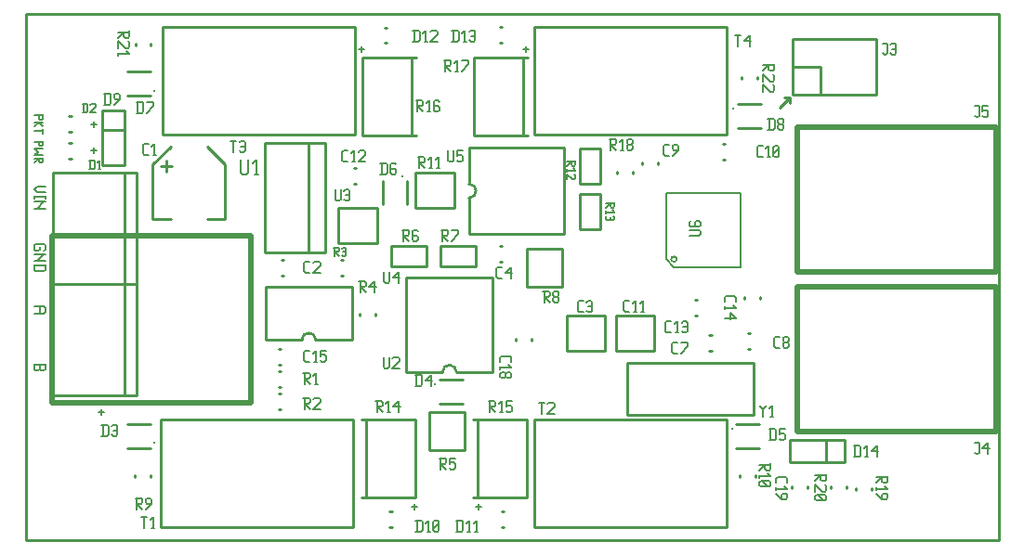
<source format=gbr>
G04 start of page 8 for group -4079 idx -4079 *
G04 Title: (unknown), topsilk *
G04 Creator: pcb 20140316 *
G04 CreationDate: Mon 20 Apr 2015 08:27:33 PM GMT UTC *
G04 For: ndholmes *
G04 Format: Gerber/RS-274X *
G04 PCB-Dimensions (mil): 3500.00 1900.00 *
G04 PCB-Coordinate-Origin: lower left *
%MOIN*%
%FSLAX25Y25*%
%LNTOPSILK*%
%ADD103C,0.0080*%
%ADD102C,0.0200*%
%ADD101C,0.0060*%
%ADD100C,0.0100*%
G54D100*X500Y189500D02*X349500D01*
X274500Y159500D02*X271000Y156000D01*
X274500Y159500D02*Y157500D01*
X272500Y159500D02*X274000D01*
X349500Y189500D02*Y500D01*
X500D02*X349500D01*
X500D02*Y189500D01*
G54D101*X4500Y127500D02*X7500D01*
X4500D02*X3500Y126500D01*
X4500Y125500D01*
X7500D01*
Y124300D02*Y123300D01*
X3500Y123800D02*X7500D01*
X3500Y124300D02*Y123300D01*
Y122100D02*X7500D01*
X7000D02*X7500D01*
X7000D02*X4500Y119600D01*
X3500D02*X7500D01*
X3700Y143620D02*X6740D01*
Y144000D02*Y142480D01*
X6360Y142100D01*
X5600D02*X6360D01*
X5220Y142480D02*X5600Y142100D01*
X5220Y143620D02*Y142480D01*
X3700Y141188D02*X6740D01*
X3700D02*X4840Y140048D01*
X3700Y138908D01*
X6740D01*
Y137996D02*Y136476D01*
X6360Y136096D01*
X5600D02*X6360D01*
X5220Y136476D02*X5600Y136096D01*
X5220Y137616D02*Y136476D01*
X3700Y137616D02*X6740D01*
X5220D02*X3700Y136096D01*
X3650Y153115D02*X6730D01*
Y153500D02*Y151960D01*
X6345Y151575D01*
X5575D02*X6345D01*
X5190Y151960D02*X5575Y151575D01*
X5190Y153115D02*Y151960D01*
X3650Y150651D02*X6730D01*
X5190D02*X6730Y149111D01*
X5190Y150651D02*X3650Y149111D01*
X6730Y148187D02*Y146647D01*
X3650Y147417D02*X6730D01*
X3500Y64000D02*Y62000D01*
X4000Y61500D01*
X5000D01*
X5500Y62000D02*X5000Y61500D01*
X5500Y63500D02*Y62000D01*
X3500Y63500D02*X7500D01*
Y64000D02*Y62000D01*
X7000Y61500D01*
X6000D02*X7000D01*
X5500Y62000D02*X6000Y61500D01*
X7500Y105000D02*X7000Y104500D01*
X7500Y106500D02*Y105000D01*
X7000Y107000D02*X7500Y106500D01*
X4000Y107000D02*X7000D01*
X4000D02*X3500Y106500D01*
Y105000D01*
X4000Y104500D01*
X5000D01*
X5500Y105000D02*X5000Y104500D01*
X5500Y106000D02*Y105000D01*
X3500Y103300D02*X7500D01*
X7000D02*X7500D01*
X7000D02*X4500Y100800D01*
X3500D02*X7500D01*
X3500Y99100D02*X7500D01*
Y97600D02*X7000Y97100D01*
X4000D02*X7000D01*
X3500Y97600D02*X4000Y97100D01*
X3500Y99600D02*Y97600D01*
X7500Y99600D02*Y97600D01*
X3500Y84500D02*X7000D01*
X7500Y84000D01*
Y82500D01*
X7000Y82000D01*
X3500D02*X7000D01*
X5500Y84500D02*Y82000D01*
X26500Y46500D02*X28500D01*
X27500Y47500D02*Y45500D01*
X24000Y140500D02*X26000D01*
X25000Y141500D02*Y139500D01*
X24000Y150000D02*X26000D01*
X25000Y151000D02*Y149000D01*
X120000Y177000D02*X122000D01*
X121000Y178000D02*Y176000D01*
X179000Y177000D02*X181000D01*
X180000Y178000D02*Y176000D01*
X139000Y12500D02*X141000D01*
X140000Y13500D02*Y11500D01*
X162000Y12500D02*X164000D01*
X163000Y13500D02*Y11500D01*
G54D102*X348500Y39500D02*X348520Y91500D01*
X277200D02*Y39500D01*
X348500D01*
X277200Y91500D02*X348500D01*
Y97000D02*X348520Y149000D01*
X277200D02*Y97000D01*
X348500D01*
X277200Y149000D02*X348500D01*
G54D100*X298245Y19393D02*Y18607D01*
X303755Y19393D02*Y18607D01*
X289245Y19893D02*Y19107D01*
X294755Y19893D02*Y19107D01*
X275500Y160500D02*X305500D01*
Y180500D02*Y160500D01*
X275500Y180500D02*X305500D01*
X275500D02*Y160500D01*
X285500Y170500D02*Y160500D01*
X275500Y170500D02*X285500D01*
X262755Y166936D02*Y166150D01*
X257245Y166936D02*Y166150D01*
X255800Y157400D02*X264200D01*
X255800Y148600D02*X264200D01*
X254400Y155560D03*
X274600Y36500D02*X294300D01*
X274600Y28500D02*X294300D01*
Y36500D02*Y28500D01*
X274600Y36500D02*Y28500D01*
X287500Y36500D02*Y28500D01*
X280755Y19893D02*Y19107D01*
X275245Y19893D02*Y19107D01*
X10200Y52500D02*X40200D01*
X10200Y92500D02*X40200D01*
X35800D02*Y52500D01*
X40200Y92500D02*Y52500D01*
X10200Y92500D02*Y52500D01*
X36800Y160100D02*X45200D01*
X36800Y168900D02*X45200D01*
X46600Y161940D03*
X16064Y152755D02*X16850D01*
X16064Y147245D02*X16850D01*
X45298Y178893D02*Y178107D01*
X39788Y178893D02*Y178107D01*
X10200Y92500D02*X40200D01*
X10200Y132500D02*X40200D01*
X35800D02*Y92500D01*
X40200Y132500D02*Y92500D01*
X10200Y132500D02*Y92500D01*
X28000Y154800D02*Y135100D01*
X36000Y154800D02*Y135100D01*
X28000Y154800D02*X36000D01*
X28000Y135100D02*X36000D01*
X28000Y148000D02*X36000D01*
X16064Y143255D02*X16850D01*
X16064Y137745D02*X16850D01*
X120245Y81893D02*Y81107D01*
X125755Y81893D02*Y81107D01*
X181755Y72936D02*Y72150D01*
X176245Y72936D02*Y72150D01*
X131064Y10755D02*X131850D01*
X131064Y5245D02*X131850D01*
X171150D02*X171936D01*
X171150Y10755D02*X171936D01*
X120900Y43950D02*X140100D01*
X120900Y16050D02*X140100D01*
Y43950D02*Y16050D01*
X122500Y43950D02*Y16050D01*
X112600Y120000D02*X126500D01*
X112600D02*Y107200D01*
X126500D01*
Y120000D02*Y107200D01*
X159500Y110500D02*X193500D01*
Y141500D02*Y110500D01*
X159500Y141500D02*X193500D01*
X159500Y123500D02*Y110500D01*
Y141500D02*Y128500D01*
Y123500D02*G75*G03X159500Y128500I0J2500D01*G01*
X140386Y132451D02*Y119853D01*
Y132451D02*X154166D01*
Y119853D01*
X140386D02*X154166D01*
X118107Y128745D02*X118893D01*
X118107Y134255D02*X118893D01*
X131701Y106241D02*X144299D01*
Y98759D01*
X131701D02*X144299D01*
X131701Y106241D02*Y98759D01*
X149201Y106241D02*X161799D01*
Y98759D01*
X149201D01*
Y106241D01*
X170607Y100745D02*X171393D01*
X170607Y106255D02*X171393D01*
X113564Y95745D02*X114350D01*
X113564Y101255D02*X114350D01*
X92107Y95745D02*X92893D01*
X92107Y101255D02*X92893D01*
X91150Y63745D02*X91936D01*
X91150Y69255D02*X91936D01*
X117500Y91500D02*Y72500D01*
X86500Y91500D02*X117500D01*
X86500D02*Y72500D01*
X104500D02*X117500D01*
X86500D02*X99500D01*
X104500D02*G75*G03X99500Y72500I-2500J0D01*G01*
X86157Y143185D02*Y103815D01*
X107811Y143185D02*Y103815D01*
X101905Y143185D02*Y103815D01*
X86157D02*X107811D01*
X86157Y143185D02*X107811D01*
X46008Y116008D02*X52504D01*
X65496D02*X71992D01*
Y135496D02*Y116008D01*
X46008Y135496D02*Y116008D01*
X71992Y135496D02*X65496Y141992D01*
X46008Y135496D02*X52504Y141992D01*
X49000Y135000D02*X53000D01*
X51000Y137000D02*Y133000D01*
X118500Y184750D02*Y146250D01*
X49500Y184750D02*Y146250D01*
X118500D01*
X49500Y184750D02*X118500D01*
G54D102*X10000Y50000D02*X81300D01*
X10000Y110000D02*X81300D01*
Y50000D01*
X10000Y110000D02*X9980Y50000D01*
G54D100*X118000Y43750D02*Y5250D01*
X49000Y43750D02*Y5250D01*
X118000D01*
X49000Y43750D02*X118000D01*
X36800Y33600D02*X45200D01*
X36800Y42400D02*X45200D01*
X46600Y35440D03*
X39745Y23893D02*Y23107D01*
X45255Y23893D02*Y23107D01*
X91150Y53255D02*X91936D01*
X91150Y47745D02*X91936D01*
X91107Y61255D02*X91893D01*
X91107Y55745D02*X91893D01*
X255273Y42400D02*X263673D01*
X255273Y33600D02*X263673D01*
X253873Y40560D03*
X263755Y87893D02*Y87107D01*
X258245Y87893D02*Y87107D01*
X240607Y86755D02*X241393D01*
X240607Y81245D02*X241393D01*
X259607Y74755D02*X260393D01*
X259607Y69245D02*X260393D01*
X245650Y68745D02*X246436D01*
X245650Y74255D02*X246436D01*
X256745Y23893D02*Y23107D01*
X262255Y23893D02*Y23107D01*
X183000Y43750D02*Y5250D01*
X252000Y43750D02*Y5250D01*
X183000Y43750D02*X252000D01*
X183000Y5250D02*X252000D01*
X160900Y43950D02*X180100D01*
X160900Y16050D02*X180100D01*
Y43950D02*Y16050D01*
X162500Y43950D02*Y16050D01*
X145397Y46740D02*X157995D01*
Y32960D01*
X145397D02*X157995D01*
X145397Y46740D02*Y32960D01*
X212110Y81299D02*Y68701D01*
Y81299D02*X225890D01*
Y68701D01*
X212110D02*X225890D01*
X194610Y81299D02*Y68701D01*
Y81299D02*X208390D01*
Y68701D01*
X194610D02*X208390D01*
X216362Y64350D02*X261638D01*
Y45650D01*
X216362D01*
Y64350D01*
X180201Y105390D02*X192799D01*
Y91610D01*
X180201D02*X192799D01*
X180201Y105390D02*Y91610D01*
X168000Y95000D02*Y61000D01*
X137000Y95000D02*X168000D01*
X137000D02*Y61000D01*
X155000D02*X168000D01*
X137000D02*X150000D01*
X155000D02*G75*G03X150000Y61000I-2500J0D01*G01*
X148800Y58400D02*X157200D01*
X148800Y49600D02*X157200D01*
X147400Y56560D03*
X218255Y132893D02*Y132107D01*
X212745Y132893D02*Y132107D01*
X206741Y124799D02*Y112201D01*
X199259D02*X206741D01*
X199259Y124799D02*Y112201D01*
Y124799D02*X206741D01*
Y141299D02*Y128701D01*
X199259D02*X206741D01*
X199259Y141299D02*Y128701D01*
Y141299D02*X206741D01*
X137400Y129700D02*Y121300D01*
X128600Y129700D02*Y121300D01*
X135560Y131100D03*
X129107Y179202D02*X129893D01*
X129107Y184712D02*X129893D01*
X121400Y146050D02*X140600D01*
X121400Y173950D02*X140600D01*
X121400D02*Y146050D01*
X139000Y173950D02*Y146050D01*
X170607Y184755D02*X171393D01*
X170607Y179245D02*X171393D01*
X183000Y184750D02*Y146250D01*
X252000Y184750D02*Y146250D01*
X183000Y184750D02*X252000D01*
X183000Y146250D02*X252000D01*
X161400Y146050D02*X180600D01*
X161400Y173950D02*X180600D01*
X161400D02*Y146050D01*
X179000Y173950D02*Y146050D01*
G54D103*X230121Y125379D02*Y101521D01*
Y125379D02*X256879D01*
Y98621D01*
X233021D02*X256879D01*
X233021D02*X230121Y101521D01*
X233021Y100521D02*G75*G03X233021Y100521I0J1000D01*G01*
G54D100*X250607Y142755D02*X251393D01*
X250607Y137245D02*X251393D01*
X221745Y136393D02*Y135607D01*
X227255Y136393D02*Y135607D01*
G54D101*X341000Y35500D02*X342500D01*
Y32000D01*
X342000Y31500D02*X342500Y32000D01*
X341500Y31500D02*X342000D01*
X341000Y32000D02*X341500Y31500D01*
X343700Y33500D02*X345700Y35500D01*
X343700Y33500D02*X346200D01*
X345700Y35500D02*Y31500D01*
X341000Y156500D02*X342500D01*
Y153000D01*
X342000Y152500D02*X342500Y153000D01*
X341500Y152500D02*X342000D01*
X341000Y153000D02*X341500Y152500D01*
X343700Y156500D02*X345700D01*
X343700D02*Y154500D01*
X344200Y155000D01*
X345200D01*
X345700Y154500D01*
Y153000D01*
X345200Y152500D02*X345700Y153000D01*
X344200Y152500D02*X345200D01*
X343700Y153000D02*X344200Y152500D01*
X309650Y23693D02*Y21693D01*
X309150Y21193D01*
X308150D02*X309150D01*
X307650Y21693D02*X308150Y21193D01*
X307650Y23193D02*Y21693D01*
X305650Y23193D02*X309650D01*
X307650D02*X305650Y21193D01*
Y19493D02*Y18493D01*
Y18993D02*X309650D01*
X308650Y19993D02*X309650Y18993D01*
X305650Y17293D02*X307650Y15293D01*
X309150D01*
X309650Y15793D02*X309150Y15293D01*
X309650Y16793D02*Y15793D01*
X309150Y17293D02*X309650Y16793D01*
X308150Y17293D02*X309150D01*
X308150D02*X307650Y16793D01*
Y15293D01*
X267650Y28193D02*Y26193D01*
X267150Y25693D01*
X266150D02*X267150D01*
X265650Y26193D02*X266150Y25693D01*
X265650Y27693D02*Y26193D01*
X263650Y27693D02*X267650D01*
X265650D02*X263650Y25693D01*
Y23993D02*Y22993D01*
Y23493D02*X267650D01*
X266650Y24493D02*X267650Y23493D01*
X264150Y21793D02*X263650Y21293D01*
X264150Y21793D02*X267150D01*
X267650Y21293D01*
Y20293D01*
X267150Y19793D01*
X264150D02*X267150D01*
X263650Y20293D02*X264150Y19793D01*
X263650Y21293D02*Y20293D01*
X264650Y21793D02*X266650Y19793D01*
X269436Y69650D02*X270936D01*
X268936Y70150D02*X269436Y69650D01*
X268936Y73150D02*Y70150D01*
Y73150D02*X269436Y73650D01*
X270936D01*
X272136Y70150D02*X272636Y69650D01*
X272136Y71150D02*Y70150D01*
Y71150D02*X272636Y71650D01*
X273636D01*
X274136Y71150D01*
Y70150D01*
X273636Y69650D02*X274136Y70150D01*
X272636Y69650D02*X273636D01*
X272136Y72150D02*X272636Y71650D01*
X272136Y73150D02*Y72150D01*
Y73150D02*X272636Y73650D01*
X273636D01*
X274136Y73150D01*
Y72150D01*
X273636Y71650D02*X274136Y72150D01*
X287650Y24279D02*Y22279D01*
X287150Y21779D01*
X286150D02*X287150D01*
X285650Y22279D02*X286150Y21779D01*
X285650Y23779D02*Y22279D01*
X283650Y23779D02*X287650D01*
X285650D02*X283650Y21779D01*
X287150Y20579D02*X287650Y20079D01*
Y18579D01*
X287150Y18079D01*
X286150D02*X287150D01*
X283650Y20579D02*X286150Y18079D01*
X283650Y20579D02*Y18079D01*
X284150Y16879D02*X283650Y16379D01*
X284150Y16879D02*X287150D01*
X287650Y16379D01*
Y15379D01*
X287150Y14879D01*
X284150D02*X287150D01*
X283650Y15379D02*X284150Y14879D01*
X283650Y16379D02*Y15379D01*
X284650Y16879D02*X286650Y14879D01*
X264000Y49000D02*Y48500D01*
X265000Y47500D01*
X266000Y48500D01*
Y49000D02*Y48500D01*
X265000Y47500D02*Y45000D01*
X267700D02*X268700D01*
X268200Y49000D02*Y45000D01*
X267200Y48000D02*X268200Y49000D01*
X269650Y22650D02*Y21150D01*
X270150Y23150D02*X269650Y22650D01*
X270150Y23150D02*X273150D01*
X273650Y22650D01*
Y21150D01*
X269650Y19450D02*Y18450D01*
Y18950D02*X273650D01*
X272650Y19950D02*X273650Y18950D01*
X269650Y17250D02*X271650Y15250D01*
X273150D01*
X273650Y15750D02*X273150Y15250D01*
X273650Y16750D02*Y15750D01*
X273150Y17250D02*X273650Y16750D01*
X272150Y17250D02*X273150D01*
X272150D02*X271650Y16750D01*
Y15250D01*
X269064Y171607D02*Y169607D01*
X268564Y169107D01*
X267564D02*X268564D01*
X267064Y169607D02*X267564Y169107D01*
X267064Y171107D02*Y169607D01*
X265064Y171107D02*X269064D01*
X267064D02*X265064Y169107D01*
X268564Y167907D02*X269064Y167407D01*
Y165907D01*
X268564Y165407D01*
X267564D02*X268564D01*
X265064Y167907D02*X267564Y165407D01*
X265064Y167907D02*Y165407D01*
X268564Y164207D02*X269064Y163707D01*
Y162207D01*
X268564Y161707D01*
X267564D02*X268564D01*
X265064Y164207D02*X267564Y161707D01*
X265064Y164207D02*Y161707D01*
X267100Y151950D02*Y147950D01*
X268600Y151950D02*X269100Y151450D01*
Y148450D01*
X268600Y147950D02*X269100Y148450D01*
X266600Y147950D02*X268600D01*
X266600Y151950D02*X268600D01*
X270300Y148450D02*X270800Y147950D01*
X270300Y149450D02*Y148450D01*
Y149450D02*X270800Y149950D01*
X271800D01*
X272300Y149450D01*
Y148450D01*
X271800Y147950D02*X272300Y148450D01*
X270800Y147950D02*X271800D01*
X270300Y150450D02*X270800Y149950D01*
X270300Y151450D02*Y150450D01*
Y151450D02*X270800Y151950D01*
X271800D01*
X272300Y151450D01*
Y150450D01*
X271800Y149950D02*X272300Y150450D01*
X263307Y138150D02*X264807D01*
X262807Y138650D02*X263307Y138150D01*
X262807Y141650D02*Y138650D01*
Y141650D02*X263307Y142150D01*
X264807D01*
X266507Y138150D02*X267507D01*
X267007Y142150D02*Y138150D01*
X266007Y141150D02*X267007Y142150D01*
X268707Y138650D02*X269207Y138150D01*
X268707Y141650D02*Y138650D01*
Y141650D02*X269207Y142150D01*
X270207D01*
X270707Y141650D01*
Y138650D01*
X270207Y138150D02*X270707Y138650D01*
X269207Y138150D02*X270207D01*
X268707Y139150D02*X270707Y141150D01*
X298000Y34500D02*Y30500D01*
X299500Y34500D02*X300000Y34000D01*
Y31000D01*
X299500Y30500D02*X300000Y31000D01*
X297500Y30500D02*X299500D01*
X297500Y34500D02*X299500D01*
X301700Y30500D02*X302700D01*
X302200Y34500D02*Y30500D01*
X301200Y33500D02*X302200Y34500D01*
X303900Y32500D02*X305900Y34500D01*
X303900Y32500D02*X306400D01*
X305900Y34500D02*Y30500D01*
X28100Y41950D02*Y37950D01*
X29600Y41950D02*X30100Y41450D01*
Y38450D01*
X29600Y37950D02*X30100Y38450D01*
X27600Y37950D02*X29600D01*
X27600Y41950D02*X29600D01*
X31300Y41450D02*X31800Y41950D01*
X32800D01*
X33300Y41450D01*
Y38450D01*
X32800Y37950D02*X33300Y38450D01*
X31800Y37950D02*X32800D01*
X31300Y38450D02*X31800Y37950D01*
Y39950D02*X33300D01*
X120043Y93500D02*X122043D01*
X122543Y93000D01*
Y92000D01*
X122043Y91500D02*X122543Y92000D01*
X120543Y91500D02*X122043D01*
X120543Y93500D02*Y89500D01*
Y91500D02*X122543Y89500D01*
X123743Y91500D02*X125743Y93500D01*
X123743Y91500D02*X126243D01*
X125743Y93500D02*Y89500D01*
X170650Y66236D02*Y64736D01*
X171150Y66736D02*X170650Y66236D01*
X171150Y66736D02*X174150D01*
X174650Y66236D01*
Y64736D01*
X170650Y63036D02*Y62036D01*
Y62536D02*X174650D01*
X173650Y63536D02*X174650Y62536D01*
X171150Y60836D02*X170650Y60336D01*
X171150Y60836D02*X172150D01*
X172650Y60336D01*
Y59336D01*
X172150Y58836D01*
X171150D02*X172150D01*
X170650Y59336D02*X171150Y58836D01*
X170650Y60336D02*Y59336D01*
X173150Y60836D02*X172650Y60336D01*
X173150Y60836D02*X174150D01*
X174650Y60336D01*
Y59336D01*
X174150Y58836D01*
X173150D02*X174150D01*
X172650Y59336D02*X173150Y58836D01*
X126000Y50500D02*X128000D01*
X128500Y50000D01*
Y49000D01*
X128000Y48500D02*X128500Y49000D01*
X126500Y48500D02*X128000D01*
X126500Y50500D02*Y46500D01*
Y48500D02*X128500Y46500D01*
X130200D02*X131200D01*
X130700Y50500D02*Y46500D01*
X129700Y49500D02*X130700Y50500D01*
X132400Y48500D02*X134400Y50500D01*
X132400Y48500D02*X134900D01*
X134400Y50500D02*Y46500D01*
X128750Y66250D02*Y62750D01*
X129250Y62250D01*
X130250D01*
X130750Y62750D01*
Y66250D02*Y62750D01*
X131950Y65750D02*X132450Y66250D01*
X133950D01*
X134450Y65750D01*
Y64750D01*
X131950Y62250D02*X134450Y64750D01*
X131950Y62250D02*X134450D01*
X140764Y7650D02*Y3650D01*
X142264Y7650D02*X142764Y7150D01*
Y4150D01*
X142264Y3650D02*X142764Y4150D01*
X140264Y3650D02*X142264D01*
X140264Y7650D02*X142264D01*
X144464Y3650D02*X145464D01*
X144964Y7650D02*Y3650D01*
X143964Y6650D02*X144964Y7650D01*
X146664Y4150D02*X147164Y3650D01*
X146664Y7150D02*Y4150D01*
Y7150D02*X147164Y7650D01*
X148164D01*
X148664Y7150D01*
Y4150D01*
X148164Y3650D02*X148664Y4150D01*
X147164Y3650D02*X148164D01*
X146664Y4650D02*X148664Y6650D01*
X155264Y7650D02*Y3650D01*
X156764Y7650D02*X157264Y7150D01*
Y4150D01*
X156764Y3650D02*X157264Y4150D01*
X154764Y3650D02*X156764D01*
X154764Y7650D02*X156764D01*
X158964Y3650D02*X159964D01*
X159464Y7650D02*Y3650D01*
X158464Y6650D02*X159464Y7650D01*
X161664Y3650D02*X162664D01*
X162164Y7650D02*Y3650D01*
X161164Y6650D02*X162164Y7650D01*
X42000Y9000D02*X44000D01*
X43000D02*Y5000D01*
X45700D02*X46700D01*
X46200Y9000D02*Y5000D01*
X45200Y8000D02*X46200Y9000D01*
X39807Y15650D02*X41807D01*
X42307Y15150D01*
Y14150D01*
X41807Y13650D02*X42307Y14150D01*
X40307Y13650D02*X41807D01*
X40307Y15650D02*Y11650D01*
Y13650D02*X42307Y11650D01*
X43507D02*X45507Y13650D01*
Y15150D02*Y13650D01*
X45007Y15650D02*X45507Y15150D01*
X44007Y15650D02*X45007D01*
X43507Y15150D02*X44007Y15650D01*
X43507Y15150D02*Y14150D01*
X44007Y13650D01*
X45507D01*
X100764Y64650D02*X102264D01*
X100264Y65150D02*X100764Y64650D01*
X100264Y68150D02*Y65150D01*
Y68150D02*X100764Y68650D01*
X102264D01*
X103964Y64650D02*X104964D01*
X104464Y68650D02*Y64650D01*
X103464Y67650D02*X104464Y68650D01*
X106164D02*X108164D01*
X106164D02*Y66650D01*
X106664Y67150D01*
X107664D01*
X108164Y66650D01*
Y65150D01*
X107664Y64650D02*X108164Y65150D01*
X106664Y64650D02*X107664D01*
X106164Y65150D02*X106664Y64650D01*
X99945Y51650D02*X101945D01*
X102445Y51150D01*
Y50150D01*
X101945Y49650D02*X102445Y50150D01*
X100445Y49650D02*X101945D01*
X100445Y51650D02*Y47650D01*
Y49650D02*X102445Y47650D01*
X103645Y51150D02*X104145Y51650D01*
X105645D01*
X106145Y51150D01*
Y50150D01*
X103645Y47650D02*X106145Y50150D01*
X103645Y47650D02*X106145D01*
X99936Y60650D02*X101936D01*
X102436Y60150D01*
Y59150D01*
X101936Y58650D02*X102436Y59150D01*
X100436Y58650D02*X101936D01*
X100436Y60650D02*Y56650D01*
Y58650D02*X102436Y56650D01*
X104136D02*X105136D01*
X104636Y60650D02*Y56650D01*
X103636Y59650D02*X104636Y60650D01*
X110914Y105730D02*X112454D01*
X112839Y105345D01*
Y104575D01*
X112454Y104190D02*X112839Y104575D01*
X111299Y104190D02*X112454D01*
X111299Y105730D02*Y102650D01*
Y104190D02*X112839Y102650D01*
X113763Y105345D02*X114148Y105730D01*
X114918D01*
X115303Y105345D01*
Y103035D01*
X114918Y102650D02*X115303Y103035D01*
X114148Y102650D02*X114918D01*
X113763Y103035D02*X114148Y102650D01*
Y104190D02*X115303D01*
X100902Y96650D02*X102402D01*
X100402Y97150D02*X100902Y96650D01*
X100402Y100150D02*Y97150D01*
Y100150D02*X100902Y100650D01*
X102402D01*
X103602Y100150D02*X104102Y100650D01*
X105602D01*
X106102Y100150D01*
Y99150D01*
X103602Y96650D02*X106102Y99150D01*
X103602Y96650D02*X106102D01*
X77658Y137355D02*Y132700D01*
X78323Y132035D01*
X79653D01*
X80318Y132700D01*
Y137355D02*Y132700D01*
X82579Y132035D02*X83909D01*
X83244Y137355D02*Y132035D01*
X81914Y136025D02*X83244Y137355D01*
X43000Y139000D02*X44500D01*
X42500Y139500D02*X43000Y139000D01*
X42500Y142500D02*Y139500D01*
Y142500D02*X43000Y143000D01*
X44500D01*
X46200Y139000D02*X47200D01*
X46700Y143000D02*Y139000D01*
X45700Y142000D02*X46700Y143000D01*
X40600Y157950D02*Y153950D01*
X42100Y157950D02*X42600Y157450D01*
Y154450D01*
X42100Y153950D02*X42600Y154450D01*
X40100Y153950D02*X42100D01*
X40100Y157950D02*X42100D01*
X43800Y153950D02*X46300Y156450D01*
Y157950D02*Y156450D01*
X43800Y157950D02*X46300D01*
X74000Y144000D02*X76000D01*
X75000D02*Y140000D01*
X77200Y143500D02*X77700Y144000D01*
X78700D01*
X79200Y143500D01*
Y140500D01*
X78700Y140000D02*X79200Y140500D01*
X77700Y140000D02*X78700D01*
X77200Y140500D02*X77700Y140000D01*
Y142000D02*X79200D01*
X29000Y161000D02*Y157000D01*
X30500Y161000D02*X31000Y160500D01*
Y157500D01*
X30500Y157000D02*X31000Y157500D01*
X28500Y157000D02*X30500D01*
X28500Y161000D02*X30500D01*
X32200Y157000D02*X34200Y159000D01*
Y160500D02*Y159000D01*
X33700Y161000D02*X34200Y160500D01*
X32700Y161000D02*X33700D01*
X32200Y160500D02*X32700Y161000D01*
X32200Y160500D02*Y159500D01*
X32700Y159000D01*
X34200D01*
X37650Y183564D02*Y181564D01*
X37150Y181064D01*
X36150D02*X37150D01*
X35650Y181564D02*X36150Y181064D01*
X35650Y183064D02*Y181564D01*
X33650Y183064D02*X37650D01*
X35650D02*X33650Y181064D01*
X37150Y179864D02*X37650Y179364D01*
Y177864D01*
X37150Y177364D01*
X36150D02*X37150D01*
X33650Y179864D02*X36150Y177364D01*
X33650Y179864D02*Y177364D01*
Y175664D02*Y174664D01*
Y175164D02*X37650D01*
X36650Y176164D02*X37650Y175164D01*
X23687Y136890D02*Y133850D01*
X24827Y136890D02*X25207Y136510D01*
Y134230D01*
X24827Y133850D02*X25207Y134230D01*
X23307Y133850D02*X24827D01*
X23307Y136890D02*X24827D01*
X26499Y133850D02*X27259D01*
X26879Y136890D02*Y133850D01*
X26119Y136130D02*X26879Y136890D01*
X21144Y157390D02*Y154350D01*
X22284Y157390D02*X22664Y157010D01*
Y154730D01*
X22284Y154350D02*X22664Y154730D01*
X20764Y154350D02*X22284D01*
X20764Y157390D02*X22284D01*
X23576Y157010D02*X23956Y157390D01*
X25096D01*
X25476Y157010D01*
Y156250D01*
X23576Y154350D02*X25476Y156250D01*
X23576Y154350D02*X25476D01*
X129000Y97000D02*Y93500D01*
X129500Y93000D01*
X130500D01*
X131000Y93500D01*
Y97000D02*Y93500D01*
X132200Y95000D02*X134200Y97000D01*
X132200Y95000D02*X134700D01*
X134200Y97000D02*Y93000D01*
X135500Y112000D02*X137500D01*
X138000Y111500D01*
Y110500D01*
X137500Y110000D02*X138000Y110500D01*
X136000Y110000D02*X137500D01*
X136000Y112000D02*Y108000D01*
Y110000D02*X138000Y108000D01*
X140700Y112000D02*X141200Y111500D01*
X139700Y112000D02*X140700D01*
X139200Y111500D02*X139700Y112000D01*
X139200Y111500D02*Y108500D01*
X139700Y108000D01*
X140700Y110000D02*X141200Y109500D01*
X139200Y110000D02*X140700D01*
X139700Y108000D02*X140700D01*
X141200Y108500D01*
Y109500D02*Y108500D01*
X111500Y126500D02*Y123000D01*
X112000Y122500D01*
X113000D01*
X113500Y123000D01*
Y126500D02*Y123000D01*
X114700Y126000D02*X115200Y126500D01*
X116200D01*
X116700Y126000D01*
Y123000D01*
X116200Y122500D02*X116700Y123000D01*
X115200Y122500D02*X116200D01*
X114700Y123000D02*X115200Y122500D01*
Y124500D02*X116700D01*
X152000Y140500D02*Y137000D01*
X152500Y136500D01*
X153500D01*
X154000Y137000D01*
Y140500D02*Y137000D01*
X155200Y140500D02*X157200D01*
X155200D02*Y138500D01*
X155700Y139000D01*
X156700D01*
X157200Y138500D01*
Y137000D01*
X156700Y136500D02*X157200Y137000D01*
X155700Y136500D02*X156700D01*
X155200Y137000D02*X155700Y136500D01*
X141152Y138224D02*X143152D01*
X143652Y137724D01*
Y136724D01*
X143152Y136224D02*X143652Y136724D01*
X141652Y136224D02*X143152D01*
X141652Y138224D02*Y134224D01*
Y136224D02*X143652Y134224D01*
X145352D02*X146352D01*
X145852Y138224D02*Y134224D01*
X144852Y137224D02*X145852Y138224D01*
X148052Y134224D02*X149052D01*
X148552Y138224D02*Y134224D01*
X147552Y137224D02*X148552Y138224D01*
X114500Y136500D02*X116000D01*
X114000Y137000D02*X114500Y136500D01*
X114000Y140000D02*Y137000D01*
Y140000D02*X114500Y140500D01*
X116000D01*
X117700Y136500D02*X118700D01*
X118200Y140500D02*Y136500D01*
X117200Y139500D02*X118200Y140500D01*
X119900Y140000D02*X120400Y140500D01*
X121900D01*
X122400Y140000D01*
Y139000D01*
X119900Y136500D02*X122400Y139000D01*
X119900Y136500D02*X122400D01*
X128100Y135950D02*Y131950D01*
X129600Y135950D02*X130100Y135450D01*
Y132450D01*
X129600Y131950D02*X130100Y132450D01*
X127600Y131950D02*X129600D01*
X127600Y135950D02*X129600D01*
X132800D02*X133300Y135450D01*
X131800Y135950D02*X132800D01*
X131300Y135450D02*X131800Y135950D01*
X131300Y135450D02*Y132450D01*
X131800Y131950D01*
X132800Y133950D02*X133300Y133450D01*
X131300Y133950D02*X132800D01*
X131800Y131950D02*X132800D01*
X133300Y132450D01*
Y133450D02*Y132450D01*
X308000Y179000D02*X309500D01*
Y175500D01*
X309000Y175000D02*X309500Y175500D01*
X308500Y175000D02*X309000D01*
X308000Y175500D02*X308500Y175000D01*
X310700Y178500D02*X311200Y179000D01*
X312200D01*
X312700Y178500D01*
Y175500D01*
X312200Y175000D02*X312700Y175500D01*
X311200Y175000D02*X312200D01*
X310700Y175500D02*X311200Y175000D01*
Y177000D02*X312700D01*
X139807Y183693D02*Y179693D01*
X141307Y183693D02*X141807Y183193D01*
Y180193D01*
X141307Y179693D02*X141807Y180193D01*
X139307Y179693D02*X141307D01*
X139307Y183693D02*X141307D01*
X143507Y179693D02*X144507D01*
X144007Y183693D02*Y179693D01*
X143007Y182693D02*X144007Y183693D01*
X145707Y183193D02*X146207Y183693D01*
X147707D01*
X148207Y183193D01*
Y182193D01*
X145707Y179693D02*X148207Y182193D01*
X145707Y179693D02*X148207D01*
X153764Y183650D02*Y179650D01*
X155264Y183650D02*X155764Y183150D01*
Y180150D01*
X155264Y179650D02*X155764Y180150D01*
X153264Y179650D02*X155264D01*
X153264Y183650D02*X155264D01*
X157464Y179650D02*X158464D01*
X157964Y183650D02*Y179650D01*
X156964Y182650D02*X157964Y183650D01*
X159664Y183150D02*X160164Y183650D01*
X161164D01*
X161664Y183150D01*
Y180150D01*
X161164Y179650D02*X161664Y180150D01*
X160164Y179650D02*X161164D01*
X159664Y180150D02*X160164Y179650D01*
Y181650D02*X161664D01*
X255000Y182000D02*X257000D01*
X256000D02*Y178000D01*
X258200Y180000D02*X260200Y182000D01*
X258200Y180000D02*X260700D01*
X260200Y182000D02*Y178000D01*
X150500Y173000D02*X152500D01*
X153000Y172500D01*
Y171500D01*
X152500Y171000D02*X153000Y171500D01*
X151000Y171000D02*X152500D01*
X151000Y173000D02*Y169000D01*
Y171000D02*X153000Y169000D01*
X154700D02*X155700D01*
X155200Y173000D02*Y169000D01*
X154200Y172000D02*X155200Y173000D01*
X156900Y169000D02*X159400Y171500D01*
Y173000D02*Y171500D01*
X156900Y173000D02*X159400D01*
X267600Y40423D02*Y36423D01*
X269100Y40423D02*X269600Y39923D01*
Y36923D01*
X269100Y36423D02*X269600Y36923D01*
X267100Y36423D02*X269100D01*
X267100Y40423D02*X269100D01*
X270800D02*X272800D01*
X270800D02*Y38423D01*
X271300Y38923D01*
X272300D01*
X272800Y38423D01*
Y36923D01*
X272300Y36423D02*X272800Y36923D01*
X271300Y36423D02*X272300D01*
X270800Y36923D02*X271300Y36423D01*
X184500Y50000D02*X186500D01*
X185500D02*Y46000D01*
X187700Y49500D02*X188200Y50000D01*
X189700D01*
X190200Y49500D01*
Y48500D01*
X187700Y46000D02*X190200Y48500D01*
X187700Y46000D02*X190200D01*
X166500Y50500D02*X168500D01*
X169000Y50000D01*
Y49000D01*
X168500Y48500D02*X169000Y49000D01*
X167000Y48500D02*X168500D01*
X167000Y50500D02*Y46500D01*
Y48500D02*X169000Y46500D01*
X170700D02*X171700D01*
X171200Y50500D02*Y46500D01*
X170200Y49500D02*X171200Y50500D01*
X172900D02*X174900D01*
X172900D02*Y48500D01*
X173400Y49000D01*
X174400D01*
X174900Y48500D01*
Y47000D01*
X174400Y46500D02*X174900Y47000D01*
X173400Y46500D02*X174400D01*
X172900Y47000D02*X173400Y46500D01*
X148848Y30074D02*X150848D01*
X151348Y29574D01*
Y28574D01*
X150848Y28074D02*X151348Y28574D01*
X149348Y28074D02*X150848D01*
X149348Y30074D02*Y26074D01*
Y28074D02*X151348Y26074D01*
X152548Y30074D02*X154548D01*
X152548D02*Y28074D01*
X153048Y28574D01*
X154048D01*
X154548Y28074D01*
Y26574D01*
X154048Y26074D02*X154548Y26574D01*
X153048Y26074D02*X154048D01*
X152548Y26574D02*X153048Y26074D01*
X140600Y59950D02*Y55950D01*
X142100Y59950D02*X142600Y59450D01*
Y56450D01*
X142100Y55950D02*X142600Y56450D01*
X140100Y55950D02*X142100D01*
X140100Y59950D02*X142100D01*
X143800Y57950D02*X145800Y59950D01*
X143800Y57950D02*X146300D01*
X145800Y59950D02*Y55950D01*
X186000Y90010D02*X187980D01*
X188475Y89515D01*
Y88525D01*
X187980Y88030D02*X188475Y88525D01*
X186495Y88030D02*X187980D01*
X186495Y90010D02*Y86050D01*
Y88030D02*X188475Y86050D01*
X189663Y86545D02*X190158Y86050D01*
X189663Y87535D02*Y86545D01*
Y87535D02*X190158Y88030D01*
X191148D01*
X191643Y87535D01*
Y86545D01*
X191148Y86050D02*X191643Y86545D01*
X190158Y86050D02*X191148D01*
X189663Y88525D02*X190158Y88030D01*
X189663Y89515D02*Y88525D01*
Y89515D02*X190158Y90010D01*
X191148D01*
X191643Y89515D01*
Y88525D01*
X191148Y88030D02*X191643Y88525D01*
X251150Y87650D02*Y86150D01*
X251650Y88150D02*X251150Y87650D01*
X251650Y88150D02*X254650D01*
X255150Y87650D01*
Y86150D01*
X251150Y84450D02*Y83450D01*
Y83950D02*X255150D01*
X254150Y84950D02*X255150Y83950D01*
X253150Y82250D02*X255150Y80250D01*
X253150Y82250D02*Y79750D01*
X251150Y80250D02*X255150D01*
X230393Y75150D02*X231893D01*
X229893Y75650D02*X230393Y75150D01*
X229893Y78650D02*Y75650D01*
Y78650D02*X230393Y79150D01*
X231893D01*
X233593Y75150D02*X234593D01*
X234093Y79150D02*Y75150D01*
X233093Y78150D02*X234093Y79150D01*
X235793Y78650D02*X236293Y79150D01*
X237293D01*
X237793Y78650D01*
Y75650D01*
X237293Y75150D02*X237793Y75650D01*
X236293Y75150D02*X237293D01*
X235793Y75650D02*X236293Y75150D01*
Y77150D02*X237793D01*
X232764Y67650D02*X234264D01*
X232264Y68150D02*X232764Y67650D01*
X232264Y71150D02*Y68150D01*
Y71150D02*X232764Y71650D01*
X234264D01*
X235464Y67650D02*X237964Y70150D01*
Y71650D02*Y70150D01*
X235464Y71650D02*X237964D01*
X215456Y82725D02*X216956D01*
X214956Y83225D02*X215456Y82725D01*
X214956Y86225D02*Y83225D01*
Y86225D02*X215456Y86725D01*
X216956D01*
X218656Y82725D02*X219656D01*
X219156Y86725D02*Y82725D01*
X218156Y85725D02*X219156Y86725D01*
X221356Y82725D02*X222356D01*
X221856Y86725D02*Y82725D01*
X220856Y85725D02*X221856Y86725D01*
X199000Y82500D02*X200500D01*
X198500Y83000D02*X199000Y82500D01*
X198500Y86000D02*Y83000D01*
Y86000D02*X199000Y86500D01*
X200500D01*
X201700Y86000D02*X202200Y86500D01*
X203200D01*
X203700Y86000D01*
Y83000D01*
X203200Y82500D02*X203700Y83000D01*
X202200Y82500D02*X203200D01*
X201700Y83000D02*X202200Y82500D01*
Y84500D02*X203700D01*
X209807Y144650D02*X211807D01*
X212307Y144150D01*
Y143150D01*
X211807Y142650D02*X212307Y143150D01*
X210307Y142650D02*X211807D01*
X210307Y144650D02*Y140650D01*
Y142650D02*X212307Y140650D01*
X214007D02*X215007D01*
X214507Y144650D02*Y140650D01*
X213507Y143650D02*X214507Y144650D01*
X216207Y141150D02*X216707Y140650D01*
X216207Y142150D02*Y141150D01*
Y142150D02*X216707Y142650D01*
X217707D01*
X218207Y142150D01*
Y141150D01*
X217707Y140650D02*X218207Y141150D01*
X216707Y140650D02*X217707D01*
X216207Y143150D02*X216707Y142650D01*
X216207Y144150D02*Y143150D01*
Y144150D02*X216707Y144650D01*
X217707D01*
X218207Y144150D01*
Y143150D01*
X217707Y142650D02*X218207Y143150D01*
X211730Y122000D02*Y120460D01*
X211345Y120075D01*
X210575D02*X211345D01*
X210190Y120460D02*X210575Y120075D01*
X210190Y121615D02*Y120460D01*
X208650Y121615D02*X211730D01*
X210190D02*X208650Y120075D01*
Y118766D02*Y117996D01*
Y118381D02*X211730D01*
X210960Y119151D02*X211730Y118381D01*
X211345Y117072D02*X211730Y116687D01*
Y115917D01*
X211345Y115532D01*
X209035D02*X211345D01*
X208650Y115917D02*X209035Y115532D01*
X208650Y116687D02*Y115917D01*
X209035Y117072D02*X208650Y116687D01*
X210190D02*Y115532D01*
X197730Y137000D02*Y135460D01*
X197345Y135075D01*
X196575D02*X197345D01*
X196190Y135460D02*X196575Y135075D01*
X196190Y136615D02*Y135460D01*
X194650Y136615D02*X197730D01*
X196190D02*X194650Y135075D01*
Y133766D02*Y132996D01*
Y133381D02*X197730D01*
X196960Y134151D02*X197730Y133381D01*
X197345Y132072D02*X197730Y131687D01*
Y130532D01*
X197345Y130147D01*
X196575D02*X197345D01*
X194650Y132072D02*X196575Y130147D01*
X194650Y132072D02*Y130147D01*
X238500Y110000D02*X242000D01*
X242500Y110500D01*
Y111500D02*Y110500D01*
Y111500D02*X242000Y112000D01*
X238500D02*X242000D01*
X238500Y114700D02*X239000Y115200D01*
X238500Y114700D02*Y113700D01*
X239000Y113200D02*X238500Y113700D01*
X239000Y113200D02*X242000D01*
X242500Y113700D01*
X240500Y114700D02*X241000Y115200D01*
X240500Y114700D02*Y113200D01*
X242500Y114700D02*Y113700D01*
Y114700D02*X242000Y115200D01*
X241000D02*X242000D01*
X229850Y138650D02*X231350D01*
X229350Y139150D02*X229850Y138650D01*
X229350Y142150D02*Y139150D01*
Y142150D02*X229850Y142650D01*
X231350D01*
X232550Y138650D02*X234550Y140650D01*
Y142150D02*Y140650D01*
X234050Y142650D02*X234550Y142150D01*
X233050Y142650D02*X234050D01*
X232550Y142150D02*X233050Y142650D01*
X232550Y142150D02*Y141150D01*
X233050Y140650D01*
X234550D01*
X140500Y158500D02*X142500D01*
X143000Y158000D01*
Y157000D01*
X142500Y156500D02*X143000Y157000D01*
X141000Y156500D02*X142500D01*
X141000Y158500D02*Y154500D01*
Y156500D02*X143000Y154500D01*
X144700D02*X145700D01*
X145200Y158500D02*Y154500D01*
X144200Y157500D02*X145200Y158500D01*
X148400D02*X148900Y158000D01*
X147400Y158500D02*X148400D01*
X146900Y158000D02*X147400Y158500D01*
X146900Y158000D02*Y155000D01*
X147400Y154500D01*
X148400Y156500D02*X148900Y156000D01*
X146900Y156500D02*X148400D01*
X147400Y154500D02*X148400D01*
X148900Y155000D01*
Y156000D02*Y155000D01*
X149500Y112000D02*X151500D01*
X152000Y111500D01*
Y110500D01*
X151500Y110000D02*X152000Y110500D01*
X150000Y110000D02*X151500D01*
X150000Y112000D02*Y108000D01*
Y110000D02*X152000Y108000D01*
X153200D02*X155700Y110500D01*
Y112000D02*Y110500D01*
X153200Y112000D02*X155700D01*
X169807Y94650D02*X171307D01*
X169307Y95150D02*X169807Y94650D01*
X169307Y98150D02*Y95150D01*
Y98150D02*X169807Y98650D01*
X171307D01*
X172507Y96650D02*X174507Y98650D01*
X172507Y96650D02*X175007D01*
X174507Y98650D02*Y94650D01*
M02*

</source>
